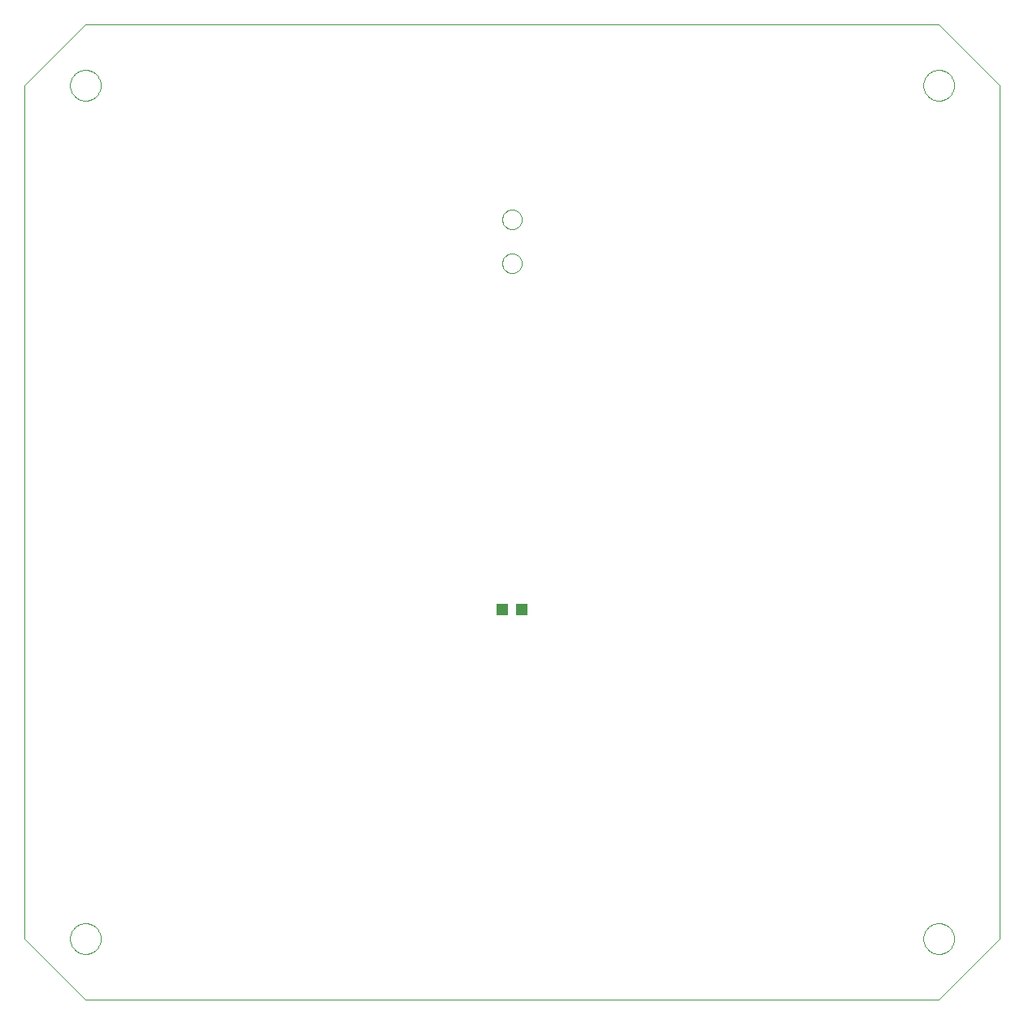
<source format=gtp>
G75*
%MOIN*%
%OFA0B0*%
%FSLAX24Y24*%
%IPPOS*%
%LPD*%
%AMOC8*
5,1,8,0,0,1.08239X$1,22.5*
%
%ADD10C,0.0000*%
%ADD11R,0.0472X0.0472*%
D10*
X002680Y003220D02*
X005180Y000720D01*
X040180Y000720D01*
X042680Y003220D01*
X042680Y038220D01*
X040180Y040716D01*
X005180Y040716D01*
X002680Y038220D01*
X002680Y003220D01*
X004550Y003220D02*
X004552Y003270D01*
X004558Y003320D01*
X004568Y003369D01*
X004582Y003417D01*
X004599Y003464D01*
X004620Y003509D01*
X004645Y003553D01*
X004673Y003594D01*
X004705Y003633D01*
X004739Y003670D01*
X004776Y003704D01*
X004816Y003734D01*
X004858Y003761D01*
X004902Y003785D01*
X004948Y003806D01*
X004995Y003822D01*
X005043Y003835D01*
X005093Y003844D01*
X005142Y003849D01*
X005193Y003850D01*
X005243Y003847D01*
X005292Y003840D01*
X005341Y003829D01*
X005389Y003814D01*
X005435Y003796D01*
X005480Y003774D01*
X005523Y003748D01*
X005564Y003719D01*
X005603Y003687D01*
X005639Y003652D01*
X005671Y003614D01*
X005701Y003574D01*
X005728Y003531D01*
X005751Y003487D01*
X005770Y003441D01*
X005786Y003393D01*
X005798Y003344D01*
X005806Y003295D01*
X005810Y003245D01*
X005810Y003195D01*
X005806Y003145D01*
X005798Y003096D01*
X005786Y003047D01*
X005770Y002999D01*
X005751Y002953D01*
X005728Y002909D01*
X005701Y002866D01*
X005671Y002826D01*
X005639Y002788D01*
X005603Y002753D01*
X005564Y002721D01*
X005523Y002692D01*
X005480Y002666D01*
X005435Y002644D01*
X005389Y002626D01*
X005341Y002611D01*
X005292Y002600D01*
X005243Y002593D01*
X005193Y002590D01*
X005142Y002591D01*
X005093Y002596D01*
X005043Y002605D01*
X004995Y002618D01*
X004948Y002634D01*
X004902Y002655D01*
X004858Y002679D01*
X004816Y002706D01*
X004776Y002736D01*
X004739Y002770D01*
X004705Y002807D01*
X004673Y002846D01*
X004645Y002887D01*
X004620Y002931D01*
X004599Y002976D01*
X004582Y003023D01*
X004568Y003071D01*
X004558Y003120D01*
X004552Y003170D01*
X004550Y003220D01*
X022280Y030920D02*
X022282Y030960D01*
X022288Y030999D01*
X022298Y031038D01*
X022311Y031075D01*
X022329Y031111D01*
X022350Y031145D01*
X022374Y031177D01*
X022401Y031206D01*
X022431Y031233D01*
X022463Y031256D01*
X022498Y031276D01*
X022534Y031292D01*
X022572Y031305D01*
X022611Y031314D01*
X022650Y031319D01*
X022690Y031320D01*
X022730Y031317D01*
X022769Y031310D01*
X022807Y031299D01*
X022845Y031285D01*
X022880Y031266D01*
X022913Y031245D01*
X022945Y031220D01*
X022973Y031192D01*
X022999Y031162D01*
X023021Y031129D01*
X023040Y031094D01*
X023056Y031057D01*
X023068Y031019D01*
X023076Y030980D01*
X023080Y030940D01*
X023080Y030900D01*
X023076Y030860D01*
X023068Y030821D01*
X023056Y030783D01*
X023040Y030746D01*
X023021Y030711D01*
X022999Y030678D01*
X022973Y030648D01*
X022945Y030620D01*
X022913Y030595D01*
X022880Y030574D01*
X022845Y030555D01*
X022807Y030541D01*
X022769Y030530D01*
X022730Y030523D01*
X022690Y030520D01*
X022650Y030521D01*
X022611Y030526D01*
X022572Y030535D01*
X022534Y030548D01*
X022498Y030564D01*
X022463Y030584D01*
X022431Y030607D01*
X022401Y030634D01*
X022374Y030663D01*
X022350Y030695D01*
X022329Y030729D01*
X022311Y030765D01*
X022298Y030802D01*
X022288Y030841D01*
X022282Y030880D01*
X022280Y030920D01*
X022280Y032720D02*
X022282Y032760D01*
X022288Y032799D01*
X022298Y032838D01*
X022311Y032875D01*
X022329Y032911D01*
X022350Y032945D01*
X022374Y032977D01*
X022401Y033006D01*
X022431Y033033D01*
X022463Y033056D01*
X022498Y033076D01*
X022534Y033092D01*
X022572Y033105D01*
X022611Y033114D01*
X022650Y033119D01*
X022690Y033120D01*
X022730Y033117D01*
X022769Y033110D01*
X022807Y033099D01*
X022845Y033085D01*
X022880Y033066D01*
X022913Y033045D01*
X022945Y033020D01*
X022973Y032992D01*
X022999Y032962D01*
X023021Y032929D01*
X023040Y032894D01*
X023056Y032857D01*
X023068Y032819D01*
X023076Y032780D01*
X023080Y032740D01*
X023080Y032700D01*
X023076Y032660D01*
X023068Y032621D01*
X023056Y032583D01*
X023040Y032546D01*
X023021Y032511D01*
X022999Y032478D01*
X022973Y032448D01*
X022945Y032420D01*
X022913Y032395D01*
X022880Y032374D01*
X022845Y032355D01*
X022807Y032341D01*
X022769Y032330D01*
X022730Y032323D01*
X022690Y032320D01*
X022650Y032321D01*
X022611Y032326D01*
X022572Y032335D01*
X022534Y032348D01*
X022498Y032364D01*
X022463Y032384D01*
X022431Y032407D01*
X022401Y032434D01*
X022374Y032463D01*
X022350Y032495D01*
X022329Y032529D01*
X022311Y032565D01*
X022298Y032602D01*
X022288Y032641D01*
X022282Y032680D01*
X022280Y032720D01*
X004550Y038220D02*
X004552Y038270D01*
X004558Y038320D01*
X004568Y038369D01*
X004582Y038417D01*
X004599Y038464D01*
X004620Y038509D01*
X004645Y038553D01*
X004673Y038594D01*
X004705Y038633D01*
X004739Y038670D01*
X004776Y038704D01*
X004816Y038734D01*
X004858Y038761D01*
X004902Y038785D01*
X004948Y038806D01*
X004995Y038822D01*
X005043Y038835D01*
X005093Y038844D01*
X005142Y038849D01*
X005193Y038850D01*
X005243Y038847D01*
X005292Y038840D01*
X005341Y038829D01*
X005389Y038814D01*
X005435Y038796D01*
X005480Y038774D01*
X005523Y038748D01*
X005564Y038719D01*
X005603Y038687D01*
X005639Y038652D01*
X005671Y038614D01*
X005701Y038574D01*
X005728Y038531D01*
X005751Y038487D01*
X005770Y038441D01*
X005786Y038393D01*
X005798Y038344D01*
X005806Y038295D01*
X005810Y038245D01*
X005810Y038195D01*
X005806Y038145D01*
X005798Y038096D01*
X005786Y038047D01*
X005770Y037999D01*
X005751Y037953D01*
X005728Y037909D01*
X005701Y037866D01*
X005671Y037826D01*
X005639Y037788D01*
X005603Y037753D01*
X005564Y037721D01*
X005523Y037692D01*
X005480Y037666D01*
X005435Y037644D01*
X005389Y037626D01*
X005341Y037611D01*
X005292Y037600D01*
X005243Y037593D01*
X005193Y037590D01*
X005142Y037591D01*
X005093Y037596D01*
X005043Y037605D01*
X004995Y037618D01*
X004948Y037634D01*
X004902Y037655D01*
X004858Y037679D01*
X004816Y037706D01*
X004776Y037736D01*
X004739Y037770D01*
X004705Y037807D01*
X004673Y037846D01*
X004645Y037887D01*
X004620Y037931D01*
X004599Y037976D01*
X004582Y038023D01*
X004568Y038071D01*
X004558Y038120D01*
X004552Y038170D01*
X004550Y038220D01*
X039550Y038220D02*
X039552Y038270D01*
X039558Y038320D01*
X039568Y038369D01*
X039582Y038417D01*
X039599Y038464D01*
X039620Y038509D01*
X039645Y038553D01*
X039673Y038594D01*
X039705Y038633D01*
X039739Y038670D01*
X039776Y038704D01*
X039816Y038734D01*
X039858Y038761D01*
X039902Y038785D01*
X039948Y038806D01*
X039995Y038822D01*
X040043Y038835D01*
X040093Y038844D01*
X040142Y038849D01*
X040193Y038850D01*
X040243Y038847D01*
X040292Y038840D01*
X040341Y038829D01*
X040389Y038814D01*
X040435Y038796D01*
X040480Y038774D01*
X040523Y038748D01*
X040564Y038719D01*
X040603Y038687D01*
X040639Y038652D01*
X040671Y038614D01*
X040701Y038574D01*
X040728Y038531D01*
X040751Y038487D01*
X040770Y038441D01*
X040786Y038393D01*
X040798Y038344D01*
X040806Y038295D01*
X040810Y038245D01*
X040810Y038195D01*
X040806Y038145D01*
X040798Y038096D01*
X040786Y038047D01*
X040770Y037999D01*
X040751Y037953D01*
X040728Y037909D01*
X040701Y037866D01*
X040671Y037826D01*
X040639Y037788D01*
X040603Y037753D01*
X040564Y037721D01*
X040523Y037692D01*
X040480Y037666D01*
X040435Y037644D01*
X040389Y037626D01*
X040341Y037611D01*
X040292Y037600D01*
X040243Y037593D01*
X040193Y037590D01*
X040142Y037591D01*
X040093Y037596D01*
X040043Y037605D01*
X039995Y037618D01*
X039948Y037634D01*
X039902Y037655D01*
X039858Y037679D01*
X039816Y037706D01*
X039776Y037736D01*
X039739Y037770D01*
X039705Y037807D01*
X039673Y037846D01*
X039645Y037887D01*
X039620Y037931D01*
X039599Y037976D01*
X039582Y038023D01*
X039568Y038071D01*
X039558Y038120D01*
X039552Y038170D01*
X039550Y038220D01*
X039550Y003220D02*
X039552Y003270D01*
X039558Y003320D01*
X039568Y003369D01*
X039582Y003417D01*
X039599Y003464D01*
X039620Y003509D01*
X039645Y003553D01*
X039673Y003594D01*
X039705Y003633D01*
X039739Y003670D01*
X039776Y003704D01*
X039816Y003734D01*
X039858Y003761D01*
X039902Y003785D01*
X039948Y003806D01*
X039995Y003822D01*
X040043Y003835D01*
X040093Y003844D01*
X040142Y003849D01*
X040193Y003850D01*
X040243Y003847D01*
X040292Y003840D01*
X040341Y003829D01*
X040389Y003814D01*
X040435Y003796D01*
X040480Y003774D01*
X040523Y003748D01*
X040564Y003719D01*
X040603Y003687D01*
X040639Y003652D01*
X040671Y003614D01*
X040701Y003574D01*
X040728Y003531D01*
X040751Y003487D01*
X040770Y003441D01*
X040786Y003393D01*
X040798Y003344D01*
X040806Y003295D01*
X040810Y003245D01*
X040810Y003195D01*
X040806Y003145D01*
X040798Y003096D01*
X040786Y003047D01*
X040770Y002999D01*
X040751Y002953D01*
X040728Y002909D01*
X040701Y002866D01*
X040671Y002826D01*
X040639Y002788D01*
X040603Y002753D01*
X040564Y002721D01*
X040523Y002692D01*
X040480Y002666D01*
X040435Y002644D01*
X040389Y002626D01*
X040341Y002611D01*
X040292Y002600D01*
X040243Y002593D01*
X040193Y002590D01*
X040142Y002591D01*
X040093Y002596D01*
X040043Y002605D01*
X039995Y002618D01*
X039948Y002634D01*
X039902Y002655D01*
X039858Y002679D01*
X039816Y002706D01*
X039776Y002736D01*
X039739Y002770D01*
X039705Y002807D01*
X039673Y002846D01*
X039645Y002887D01*
X039620Y002931D01*
X039599Y002976D01*
X039582Y003023D01*
X039568Y003071D01*
X039558Y003120D01*
X039552Y003170D01*
X039550Y003220D01*
D11*
X023093Y016720D03*
X022267Y016720D03*
M02*

</source>
